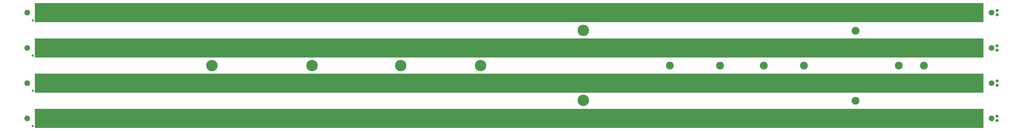
<source format=gbr>
G04 EAGLE Gerber RS-274X export*
G75*
%MOMM*%
%FSLAX34Y34*%
%LPD*%
%INSoldermask Top*%
%IPPOS*%
%AMOC8*
5,1,8,0,0,1.08239X$1,22.5*%
G01*
%ADD10C,3.251200*%
%ADD11C,6.553200*%
%ADD12C,4.521200*%
%ADD13C,1.259600*%
%ADD14C,1.727200*%

G36*
X5831520Y910671D02*
X5831520Y910671D01*
X5831571Y910673D01*
X5831603Y910691D01*
X5831639Y910699D01*
X5831678Y910732D01*
X5831723Y910756D01*
X5831744Y910786D01*
X5831772Y910809D01*
X5831793Y910856D01*
X5831823Y910898D01*
X5831831Y910940D01*
X5831843Y910968D01*
X5831842Y910998D01*
X5831850Y911040D01*
X5831850Y1020260D01*
X5831839Y1020310D01*
X5831837Y1020361D01*
X5831819Y1020393D01*
X5831811Y1020429D01*
X5831778Y1020468D01*
X5831754Y1020513D01*
X5831724Y1020534D01*
X5831701Y1020562D01*
X5831654Y1020583D01*
X5831612Y1020613D01*
X5831570Y1020621D01*
X5831542Y1020633D01*
X5831512Y1020632D01*
X5831470Y1020640D01*
X370470Y1020640D01*
X370420Y1020629D01*
X370369Y1020627D01*
X370337Y1020609D01*
X370301Y1020601D01*
X370262Y1020568D01*
X370217Y1020544D01*
X370196Y1020514D01*
X370168Y1020491D01*
X370147Y1020444D01*
X370117Y1020402D01*
X370109Y1020360D01*
X370097Y1020332D01*
X370098Y1020302D01*
X370090Y1020260D01*
X370090Y911040D01*
X370101Y910990D01*
X370103Y910939D01*
X370121Y910907D01*
X370129Y910871D01*
X370162Y910832D01*
X370186Y910787D01*
X370216Y910766D01*
X370239Y910738D01*
X370286Y910717D01*
X370328Y910687D01*
X370370Y910679D01*
X370398Y910667D01*
X370428Y910668D01*
X370470Y910660D01*
X5831470Y910660D01*
X5831520Y910671D01*
G37*
G36*
X5831120Y706971D02*
X5831120Y706971D01*
X5831171Y706973D01*
X5831203Y706991D01*
X5831239Y706999D01*
X5831278Y707032D01*
X5831323Y707056D01*
X5831344Y707086D01*
X5831372Y707109D01*
X5831393Y707156D01*
X5831423Y707198D01*
X5831431Y707240D01*
X5831443Y707268D01*
X5831442Y707298D01*
X5831450Y707340D01*
X5831450Y816560D01*
X5831439Y816610D01*
X5831437Y816661D01*
X5831419Y816693D01*
X5831411Y816729D01*
X5831378Y816768D01*
X5831354Y816813D01*
X5831324Y816834D01*
X5831301Y816862D01*
X5831254Y816883D01*
X5831212Y816913D01*
X5831170Y816921D01*
X5831142Y816933D01*
X5831112Y816932D01*
X5831070Y816940D01*
X370070Y816940D01*
X370020Y816929D01*
X369969Y816927D01*
X369937Y816909D01*
X369901Y816901D01*
X369862Y816868D01*
X369817Y816844D01*
X369796Y816814D01*
X369768Y816791D01*
X369747Y816744D01*
X369717Y816702D01*
X369709Y816660D01*
X369697Y816632D01*
X369698Y816602D01*
X369690Y816560D01*
X369690Y707340D01*
X369701Y707290D01*
X369703Y707239D01*
X369721Y707207D01*
X369729Y707171D01*
X369762Y707132D01*
X369786Y707087D01*
X369816Y707066D01*
X369839Y707038D01*
X369886Y707017D01*
X369928Y706987D01*
X369970Y706979D01*
X369998Y706967D01*
X370028Y706968D01*
X370070Y706960D01*
X5831070Y706960D01*
X5831120Y706971D01*
G37*
G36*
X5831220Y503871D02*
X5831220Y503871D01*
X5831271Y503873D01*
X5831303Y503891D01*
X5831339Y503899D01*
X5831378Y503932D01*
X5831423Y503956D01*
X5831444Y503986D01*
X5831472Y504009D01*
X5831493Y504056D01*
X5831523Y504098D01*
X5831531Y504140D01*
X5831543Y504168D01*
X5831542Y504198D01*
X5831550Y504240D01*
X5831550Y613460D01*
X5831539Y613510D01*
X5831537Y613561D01*
X5831519Y613593D01*
X5831511Y613629D01*
X5831478Y613668D01*
X5831454Y613713D01*
X5831424Y613734D01*
X5831401Y613762D01*
X5831354Y613783D01*
X5831312Y613813D01*
X5831270Y613821D01*
X5831242Y613833D01*
X5831212Y613832D01*
X5831170Y613840D01*
X370170Y613840D01*
X370120Y613829D01*
X370069Y613827D01*
X370037Y613809D01*
X370001Y613801D01*
X369962Y613768D01*
X369917Y613744D01*
X369896Y613714D01*
X369868Y613691D01*
X369847Y613644D01*
X369817Y613602D01*
X369809Y613560D01*
X369797Y613532D01*
X369798Y613502D01*
X369790Y613460D01*
X369790Y504240D01*
X369801Y504190D01*
X369803Y504139D01*
X369821Y504107D01*
X369829Y504071D01*
X369862Y504032D01*
X369886Y503987D01*
X369916Y503966D01*
X369939Y503938D01*
X369986Y503917D01*
X370028Y503887D01*
X370070Y503879D01*
X370098Y503867D01*
X370128Y503868D01*
X370170Y503860D01*
X5831170Y503860D01*
X5831220Y503871D01*
G37*
G36*
X5831020Y300671D02*
X5831020Y300671D01*
X5831071Y300673D01*
X5831103Y300691D01*
X5831139Y300699D01*
X5831178Y300732D01*
X5831223Y300756D01*
X5831244Y300786D01*
X5831272Y300809D01*
X5831293Y300856D01*
X5831323Y300898D01*
X5831331Y300940D01*
X5831343Y300968D01*
X5831342Y300998D01*
X5831350Y301040D01*
X5831350Y410260D01*
X5831339Y410310D01*
X5831337Y410361D01*
X5831319Y410393D01*
X5831311Y410429D01*
X5831278Y410468D01*
X5831254Y410513D01*
X5831224Y410534D01*
X5831201Y410562D01*
X5831154Y410583D01*
X5831112Y410613D01*
X5831070Y410621D01*
X5831042Y410633D01*
X5831012Y410632D01*
X5830970Y410640D01*
X369970Y410640D01*
X369920Y410629D01*
X369869Y410627D01*
X369837Y410609D01*
X369801Y410601D01*
X369762Y410568D01*
X369717Y410544D01*
X369696Y410514D01*
X369668Y410491D01*
X369647Y410444D01*
X369617Y410402D01*
X369609Y410360D01*
X369597Y410332D01*
X369598Y410302D01*
X369590Y410260D01*
X369590Y301040D01*
X369601Y300990D01*
X369603Y300939D01*
X369621Y300907D01*
X369629Y300871D01*
X369662Y300832D01*
X369686Y300787D01*
X369716Y300766D01*
X369739Y300738D01*
X369786Y300717D01*
X369828Y300687D01*
X369870Y300679D01*
X369898Y300667D01*
X369928Y300668D01*
X369970Y300660D01*
X5830970Y300660D01*
X5831020Y300671D01*
G37*
D10*
X5877960Y355650D03*
X325520Y355650D03*
X5878160Y558850D03*
X325720Y558850D03*
X5878060Y761950D03*
X325620Y761950D03*
X5878460Y965650D03*
X326020Y965650D03*
D11*
X1389380Y660400D03*
X1965960Y660400D03*
X2476500Y660400D03*
X2936240Y660400D03*
X3528060Y863600D03*
X3528060Y459740D03*
D12*
X4025900Y660400D03*
X4315460Y660400D03*
X4566920Y660400D03*
X4798060Y660400D03*
X5095240Y457200D03*
X5095240Y861060D03*
X5344160Y660400D03*
X5488940Y660400D03*
D13*
X357270Y311200D03*
D14*
X5909710Y342950D03*
X5909710Y368350D03*
D13*
X357470Y514400D03*
D14*
X5909910Y546150D03*
X5909910Y571550D03*
D13*
X357370Y717500D03*
D14*
X5909810Y749250D03*
X5909810Y774650D03*
D13*
X357770Y921200D03*
D14*
X5910210Y952950D03*
X5910210Y978350D03*
M02*

</source>
